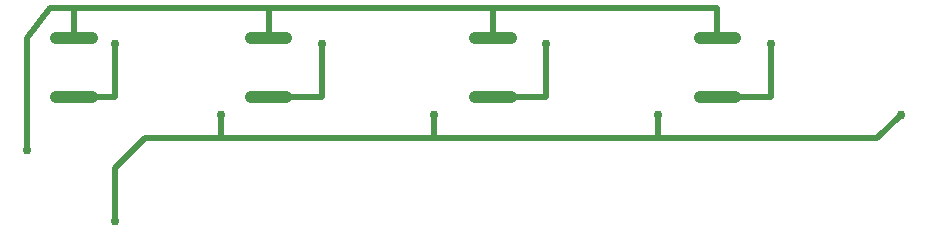
<source format=gbr>
G04 EAGLE Gerber X2 export*
%TF.Part,Single*%
%TF.FileFunction,Copper,L2,Bot,Mixed*%
%TF.FilePolarity,Positive*%
%TF.GenerationSoftware,Autodesk,EAGLE,9.0.1*%
%TF.CreationDate,2018-06-03T14:21:38Z*%
G75*
%MOMM*%
%FSLAX34Y34*%
%LPD*%
%AMOC8*
5,1,8,0,0,1.08239X$1,22.5*%
G01*
%ADD10C,0.508000*%
%ADD11C,0.756400*%
%ADD12C,1.000000*%


D10*
X30000Y405000D02*
X30000Y500000D01*
X50000Y525000D01*
X70000Y525000D01*
X235000Y525000D01*
X425000Y525000D01*
X615000Y525000D01*
X615000Y505000D01*
X425000Y505000D02*
X425000Y525000D01*
X235000Y525000D02*
X235000Y500000D01*
X70000Y500000D02*
X70000Y525000D01*
D11*
X280000Y495000D03*
D10*
X280000Y450000D01*
X250000Y450000D01*
X245000Y450000D01*
D12*
X250000Y450000D02*
X220000Y450000D01*
D11*
X105000Y495000D03*
D10*
X105000Y450000D01*
X85000Y450000D01*
D12*
X55000Y450000D01*
D11*
X470000Y495000D03*
D10*
X470000Y450000D01*
X440000Y450000D01*
X435000Y450000D01*
D12*
X440000Y450000D02*
X410000Y450000D01*
D11*
X660000Y495000D03*
D10*
X660000Y450000D01*
X630000Y450000D01*
X620000Y450000D01*
D12*
X630000Y450000D02*
X600000Y450000D01*
X85000Y500000D02*
X55000Y500000D01*
X220000Y500000D02*
X250000Y500000D01*
X410000Y500000D02*
X440000Y500000D01*
X600000Y500000D02*
X630000Y500000D01*
D11*
X105000Y345000D03*
X30000Y405000D03*
D10*
X130000Y415000D02*
X195000Y415000D01*
X375000Y415000D01*
X565000Y415000D01*
X375000Y415000D02*
X375000Y435000D01*
X195000Y435000D02*
X195000Y415000D01*
X565000Y415000D02*
X565000Y435000D01*
D11*
X195000Y435000D03*
X375000Y435000D03*
X565000Y435000D03*
X770000Y435000D03*
D10*
X105000Y390000D02*
X105000Y345000D01*
X105000Y390000D02*
X130000Y415000D01*
X565000Y415000D02*
X750000Y415000D01*
X770000Y435000D01*
M02*

</source>
